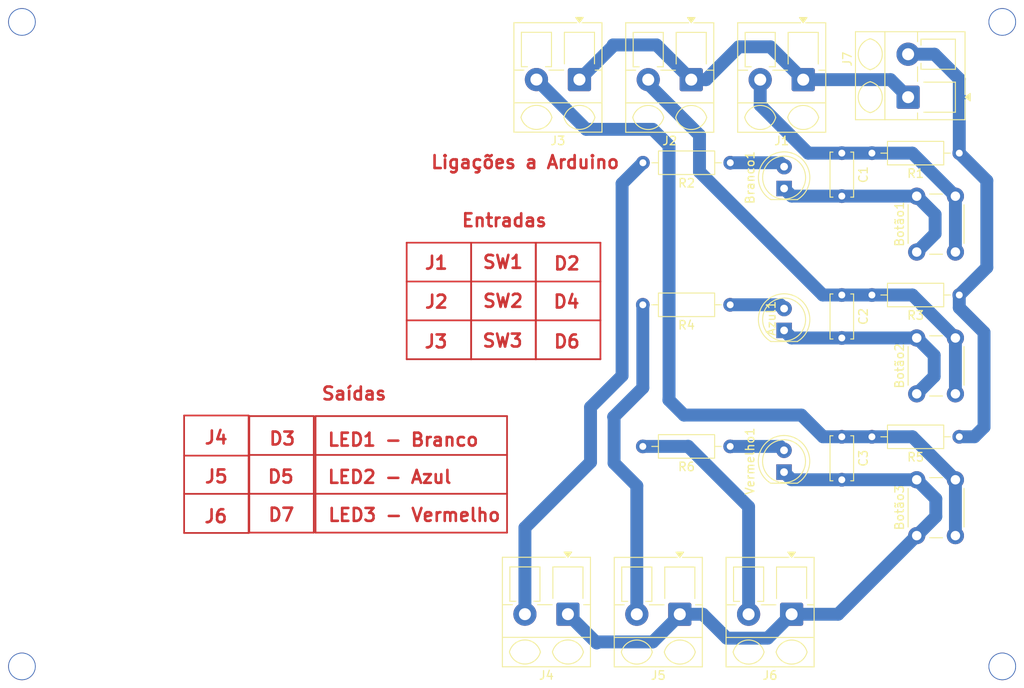
<source format=kicad_pcb>
(kicad_pcb (version 20241229) (generator "pcbnew") (generator_version "9.0")
  (layers (0 "F.Cu" signal) (2 "B.Cu" signal) (13 "F.Paste" user) (15 "B.Paste" user) (5 "F.SilkS" user "F.Silkscreen") (7 "B.SilkS" user "B.Silkscreen") (1 "F.Mask" user) (3 "B.Mask" user) (25 "Edge.Cuts" user))
  (net 0 "")
  (net 1 "GND")
  (net 2 "Net-(Azul1-A)")
  (net 3 "Net-(J1-Pin_2)")
  (net 4 "Net-(J2-Pin_2)")
  (net 5 "Net-(J3-Pin_2)")
  (net 6 "Net-(Branco1-A)")
  (net 7 "Net-(J4-Pin_2)")
  (net 8 "Net-(J5-Pin_2)")
  (net 9 "Net-(J6-Pin_2)")
  (net 10 "+5V")
  (net 11 "Net-(Vermelho1-A)")
  (footprint "TerminalBlock_MetzConnect:TerminalBlock_MetzConnect_Type205_RT04502UBLC_1x02_P5.00mm_45Degree" (layer "F.Cu") (at 120.7 116.41 180)
    (property "Reference" "J4" (at 2.5 -7.12 0) (layer "F.SilkS"))
    (property "Value" "Conector Arduino")
    (fp_line (start 7.62 6.62) (end 0.3 6.62) (stroke (width 0.12)) (layer "F.SilkS"))
    (fp_line (start 7.62 -6.12) (end 7.62 6.62) (stroke (width 0.12)) (layer "F.SilkS"))
    (fp_line (start 6.75 5.5) (end 3.25 5.5) (stroke (width 0.12)) (layer "F.SilkS"))
    (fp_line (start 6.75 1.5) (end 6.75 5.5) (stroke (width 0.12)) (layer "F.SilkS"))
    (fp_line (start 6.462 1.1) (end 7.62 1.1) (stroke (width 0.12)) (layer "F.SilkS"))
    (fp_line (start 6.048 1.5) (end 6.75 1.5) (stroke (width 0.12)) (layer "F.SilkS"))
    (fp_line (start 3.25 5.5) (end 3.25 1.5) (stroke (width 0.12)) (layer "F.SilkS"))
    (fp_line (start 3.25 1.5) (end 3.952 1.5) (stroke (width 0.12)) (layer "F.SilkS"))
    (fp_line (start 1.83 1.1) (end 3.538 1.1) (stroke (width 0.12)) (layer "F.SilkS"))
    (fp_line (start 1.75 5.5) (end -1.75 5.5) (stroke (width 0.12)) (layer "F.SilkS"))
    (fp_line (start 1.75 1.83) (end 1.75 5.5) (stroke (width 0.12)) (layer "F.SilkS"))
    (fp_line (start -0.3 6.62) (end -2.62 6.62) (stroke (width 0.12)) (layer "F.SilkS"))
    (fp_line (start -1.75 5.5) (end -1.75 1.83) (stroke (width 0.12)) (layer "F.SilkS"))
    (fp_line (start -2.62 6.62) (end -2.62 -6.12) (stroke (width 0.12)) (layer "F.SilkS"))
    (fp_line (start -2.62 1.1) (end -1.83 1.1) (stroke (width 0.12)) (layer "F.SilkS"))
    (fp_line (start -2.62 -2.7) (end 7.62 -2.7) (stroke (width 0.12)) (layer "F.SilkS"))
    (fp_line (start -2.62 -6.12) (end 7.62 -6.12) (stroke (width 0.12)) (layer "F.SilkS"))
    (fp_arc (start 6.8 -4.4) (mid 5 -3) (end 3.2 -4.4) (stroke (width 0.12)) (layer "F.SilkS"))
    (fp_arc (start 3.2 -4.4) (mid 5 -5.8) (end 6.8 -4.4) (stroke (width 0.12)) (layer "F.SilkS"))
    (fp_arc (start 1.8 -4.4) (mid 0 -3) (end -1.8 -4.4) (stroke (width 0.12)) (layer "F.SilkS"))
    (fp_arc (start -1.8 -4.4) (mid 0 -5.8) (end 1.8 -4.4) (stroke (width 0.12)) (layer "F.SilkS"))
    (fp_poly (pts (xy 0 6.62) (xy 0.44 7.23) (xy -0.44 7.23)) (stroke (width 0.12)) (fill yes) (layer "F.SilkS"))
    (pad "1" thru_hole roundrect (at 0 0 180) (size 2.7 2.7) (drill 1.4) (layers "*.Cu" "*.Mask") (roundrect_rratio 0.092593) (net 1 "GND"))
    (pad "2" thru_hole circle (at 5 0 180) (size 2.7 2.7) (drill 1.4) (layers "*.Cu" "*.Mask") (net 7 "Net-(J4-Pin_2)"))
  )
  (footprint "Capacitor_THT:C_Disc_D5.0mm_W2.5mm_P5.00mm" (layer "F.Cu") (at 152.55 79.27 -90)
    (property "Reference" "C2" (at 2.5 -2.5 90) (layer "F.SilkS"))
    (property "Value" "100nF")
    (fp_line (start -0.12 1.37) (end -0.12 1.033) (stroke (width 0.12)) (layer "F.SilkS"))
    (fp_line (start 5.12 1.37) (end -0.12 1.37) (stroke (width 0.12)) (layer "F.SilkS"))
    (fp_line (start 5.12 1.033) (end 5.12 1.37) (stroke (width 0.12)) (layer "F.SilkS"))
    (fp_line (start -0.12 -1.033) (end -0.12 -1.37) (stroke (width 0.12)) (layer "F.SilkS"))
    (fp_line (start -0.12 -1.37) (end 5.12 -1.37) (stroke (width 0.12)) (layer "F.SilkS"))
    (fp_line (start 5.12 -1.37) (end 5.12 -1.033) (stroke (width 0.12)) (layer "F.SilkS"))
    (pad "1" thru_hole circle (at 0 0 270) (size 1.6 1.6) (drill 0.8) (layers "*.Cu" "*.Mask") (net 4 "Net-(J2-Pin_2)"))
    (pad "2" thru_hole circle (at 5 0 270) (size 1.6 1.6) (drill 0.8) (layers "*.Cu" "*.Mask") (net 1 "GND"))
  )
  (footprint "Resistor_THT:R_Axial_DIN0207_L6.3mm_D2.5mm_P10.16mm_Horizontal" (layer "F.Cu") (at 139.57 96.89 180)
    (property "Reference" "R6" (at 5.08 -2.37 0) (layer "F.SilkS"))
    (property "Value" "220")
    (fp_line (start 9.12 0) (end 8.35 0) (stroke (width 0.12)) (layer "F.SilkS"))
    (fp_line (start 1.04 0) (end 1.81 0) (stroke (width 0.12)) (layer "F.SilkS"))
    (fp_rect (start 1.81 -1.37) (end 8.35 1.37) (stroke (width 0.12)) (fill no) (layer "F.SilkS"))
    (pad "1" thru_hole circle (at 0 0 180) (size 1.6 1.6) (drill 0.8) (layers "*.Cu" "*.Mask") (net 11 "Net-(Vermelho1-A)"))
    (pad "2" thru_hole circle (at 10.16 0 180) (size 1.6 1.6) (drill 0.8) (layers "*.Cu" "*.Mask") (net 9 "Net-(J6-Pin_2)"))
  )
  (footprint "TerminalBlock_MetzConnect:TerminalBlock_MetzConnect_Type205_RT04502UBLC_1x02_P5.00mm_45Degree" (layer "F.Cu") (at 133.71 116.42 180)
    (property "Reference" "J5" (at 2.5 -7.12 0) (layer "F.SilkS"))
    (property "Value" "Conector Arduino")
    (fp_line (start 7.62 6.62) (end 0.3 6.62) (stroke (width 0.12)) (layer "F.SilkS"))
    (fp_line (start 7.62 -6.12) (end 7.62 6.62) (stroke (width 0.12)) (layer "F.SilkS"))
    (fp_line (start 6.75 5.5) (end 3.25 5.5) (stroke (width 0.12)) (layer "F.SilkS"))
    (fp_line (start 6.75 1.5) (end 6.75 5.5) (stroke (width 0.12)) (layer "F.SilkS"))
    (fp_line (start 6.462 1.1) (end 7.62 1.1) (stroke (width 0.12)) (layer "F.SilkS"))
    (fp_line (start 6.048 1.5) (end 6.75 1.5) (stroke (width 0.12)) (layer "F.SilkS"))
    (fp_line (start 3.25 5.5) (end 3.25 1.5) (stroke (width 0.12)) (layer "F.SilkS"))
    (fp_line (start 3.25 1.5) (end 3.952 1.5) (stroke (width 0.12)) (layer "F.SilkS"))
    (fp_line (start 1.83 1.1) (end 3.538 1.1) (stroke (width 0.12)) (layer "F.SilkS"))
    (fp_line (start 1.75 5.5) (end -1.75 5.5) (stroke (width 0.12)) (layer "F.SilkS"))
    (fp_line (start 1.75 1.83) (end 1.75 5.5) (stroke (width 0.12)) (layer "F.SilkS"))
    (fp_line (start -0.3 6.62) (end -2.62 6.62) (stroke (width 0.12)) (layer "F.SilkS"))
    (fp_line (start -1.75 5.5) (end -1.75 1.83) (stroke (width 0.12)) (layer "F.SilkS"))
    (fp_line (start -2.62 6.62) (end -2.62 -6.12) (stroke (width 0.12)) (layer "F.SilkS"))
    (fp_line (start -2.62 1.1) (end -1.83 1.1) (stroke (width 0.12)) (layer "F.SilkS"))
    (fp_line (start -2.62 -2.7) (end 7.62 -2.7) (stroke (width 0.12)) (layer "F.SilkS"))
    (fp_line (start -2.62 -6.12) (end 7.62 -6.12) (stroke (width 0.12)) (layer "F.SilkS"))
    (fp_arc (start 6.8 -4.4) (mid 5 -3) (end 3.2 -4.4) (stroke (width 0.12)) (layer "F.SilkS"))
    (fp_arc (start 3.2 -4.4) (mid 5 -5.8) (end 6.8 -4.4) (stroke (width 0.12)) (layer "F.SilkS"))
    (fp_arc (start 1.8 -4.4) (mid 0 -3) (end -1.8 -4.4) (stroke (width 0.12)) (layer "F.SilkS"))
    (fp_arc (start -1.8 -4.4) (mid 0 -5.8) (end 1.8 -4.4) (stroke (width 0.12)) (layer "F.SilkS"))
    (fp_poly (pts (xy 0 6.62) (xy 0.44 7.23) (xy -0.44 7.23)) (stroke (width 0.12)) (fill yes) (layer "F.SilkS"))
    (pad "1" thru_hole roundrect (at 0 0 180) (size 2.7 2.7) (drill 1.4) (layers "*.Cu" "*.Mask") (roundrect_rratio 0.092593) (net 1 "GND"))
    (pad "2" thru_hole circle (at 5 0 180) (size 2.7 2.7) (drill 1.4) (layers "*.Cu" "*.Mask") (net 8 "Net-(J5-Pin_2)"))
  )
  (footprint "Resistor_THT:R_Axial_DIN0207_L6.3mm_D2.5mm_P10.16mm_Horizontal" (layer "F.Cu") (at 166.21 79.27 180)
    (property "Reference" "R3" (at 5.08 -2.37 0) (layer "F.SilkS"))
    (property "Value" "1k")
    (fp_line (start 9.12 0) (end 8.35 0) (stroke (width 0.12)) (layer "F.SilkS"))
    (fp_line (start 1.04 0) (end 1.81 0) (stroke (width 0.12)) (layer "F.SilkS"))
    (fp_rect (start 1.81 -1.37) (end 8.35 1.37) (stroke (width 0.12)) (fill no) (layer "F.SilkS"))
    (pad "1" thru_hole circle (at 0 0 180) (size 1.6 1.6) (drill 0.8) (layers "*.Cu" "*.Mask") (net 10 "+5V"))
    (pad "2" thru_hole circle (at 10.16 0 180) (size 1.6 1.6) (drill 0.8) (layers "*.Cu" "*.Mask") (net 4 "Net-(J2-Pin_2)"))
  )
  (footprint "Resistor_THT:R_Axial_DIN0207_L6.3mm_D2.5mm_P10.16mm_Horizontal" (layer "F.Cu") (at 139.57 80.41 180)
    (property "Reference" "R4" (at 5.08 -2.37 0) (layer "F.SilkS"))
    (property "Value" "220")
    (fp_line (start 9.12 0) (end 8.35 0) (stroke (width 0.12)) (layer "F.SilkS"))
    (fp_line (start 1.04 0) (end 1.81 0) (stroke (width 0.12)) (layer "F.SilkS"))
    (fp_rect (start 1.81 -1.37) (end 8.35 1.37) (stroke (width 0.12)) (fill no) (layer "F.SilkS"))
    (pad "1" thru_hole circle (at 0 0 180) (size 1.6 1.6) (drill 0.8) (layers "*.Cu" "*.Mask") (net 2 "Net-(Azul1-A)"))
    (pad "2" thru_hole circle (at 10.16 0 180) (size 1.6 1.6) (drill 0.8) (layers "*.Cu" "*.Mask") (net 8 "Net-(J5-Pin_2)"))
  )
  (footprint "Capacitor_THT:C_Disc_D5.0mm_W2.5mm_P5.00mm" (layer "F.Cu") (at 152.55 95.77 -90)
    (property "Reference" "C3" (at 2.5 -2.5 90) (layer "F.SilkS"))
    (property "Value" "100nF")
    (fp_line (start -0.12 1.37) (end -0.12 1.033) (stroke (width 0.12)) (layer "F.SilkS"))
    (fp_line (start 5.12 1.37) (end -0.12 1.37) (stroke (width 0.12)) (layer "F.SilkS"))
    (fp_line (start 5.12 1.033) (end 5.12 1.37) (stroke (width 0.12)) (layer "F.SilkS"))
    (fp_line (start -0.12 -1.033) (end -0.12 -1.37) (stroke (width 0.12)) (layer "F.SilkS"))
    (fp_line (start -0.12 -1.37) (end 5.12 -1.37) (stroke (width 0.12)) (layer "F.SilkS"))
    (fp_line (start 5.12 -1.37) (end 5.12 -1.033) (stroke (width 0.12)) (layer "F.SilkS"))
    (pad "1" thru_hole circle (at 0 0 270) (size 1.6 1.6) (drill 0.8) (layers "*.Cu" "*.Mask") (net 5 "Net-(J3-Pin_2)"))
    (pad "2" thru_hole circle (at 5 0 270) (size 1.6 1.6) (drill 0.8) (layers "*.Cu" "*.Mask") (net 1 "GND"))
  )
  (footprint "Button_Switch_THT:SW_PUSH_6mm_H7.3mm" (layer "F.Cu") (at 161.26 74.27 90)
    (property "Reference" "Botão1" (at 3.25 -2 90) (layer "F.SilkS"))
    (property "Value" "SW1")
    (fp_line (start 5.5 -1) (end 1 -1) (stroke (width 0.12)) (layer "F.SilkS"))
    (fp_line (start -0.25 1.5) (end -0.25 3) (stroke (width 0.12)) (layer "F.SilkS"))
    (fp_line (start 6.75 3) (end 6.75 1.5) (stroke (width 0.12)) (layer "F.SilkS"))
    (fp_line (start 1 5.5) (end 5.5 5.5) (stroke (width 0.12)) (layer "F.SilkS"))
    (pad "1" thru_hole circle (at 0 0 180) (size 2 2) (drill 1.1) (layers "*.Cu" "*.Mask") (net 1 "GND"))
    (pad "1" thru_hole circle (at 6.5 0 180) (size 2 2) (drill 1.1) (layers "*.Cu" "*.Mask") (net 1 "GND"))
    (pad "2" thru_hole circle (at 0 4.5 180) (size 2 2) (drill 1.1) (layers "*.Cu" "*.Mask") (net 3 "Net-(J1-Pin_2)"))
    (pad "2" thru_hole circle (at 6.5 4.5 180) (size 2 2) (drill 1.1) (layers "*.Cu" "*.Mask") (net 3 "Net-(J1-Pin_2)"))
  )
  (footprint "Capacitor_THT:C_Disc_D5.0mm_W2.5mm_P5.00mm" (layer "F.Cu") (at 152.55 62.76 -90)
    (property "Reference" "C1" (at 2.5 -2.5 90) (layer "F.SilkS"))
    (property "Value" "100nF")
    (fp_line (start -0.12 1.37) (end -0.12 1.033) (stroke (width 0.12)) (layer "F.SilkS"))
    (fp_line (start 5.12 1.37) (end -0.12 1.37) (stroke (width 0.12)) (layer "F.SilkS"))
    (fp_line (start 5.12 1.033) (end 5.12 1.37) (stroke (width 0.12)) (layer "F.SilkS"))
    (fp_line (start -0.12 -1.033) (end -0.12 -1.37) (stroke (width 0.12)) (layer "F.SilkS"))
    (fp_line (start -0.12 -1.37) (end 5.12 -1.37) (stroke (width 0.12)) (layer "F.SilkS"))
    (fp_line (start 5.12 -1.37) (end 5.12 -1.033) (stroke (width 0.12)) (layer "F.SilkS"))
    (pad "1" thru_hole circle (at 0 0 270) (size 1.6 1.6) (drill 0.8) (layers "*.Cu" "*.Mask") (net 3 "Net-(J1-Pin_2)"))
    (pad "2" thru_hole circle (at 5 0 270) (size 1.6 1.6) (drill 0.8) (layers "*.Cu" "*.Mask") (net 1 "GND"))
  )
  (footprint "TerminalBlock_MetzConnect:TerminalBlock_MetzConnect_Type205_RT04502UBLC_1x02_P5.00mm_45Degree" (layer "F.Cu") (at 146.71 116.42 180)
    (property "Reference" "J6" (at 2.5 -7.12 0) (layer "F.SilkS"))
    (property "Value" "Conector Arduino")
    (fp_line (start 7.62 6.62) (end 0.3 6.62) (stroke (width 0.12)) (layer "F.SilkS"))
    (fp_line (start 7.62 -6.12) (end 7.62 6.62) (stroke (width 0.12)) (layer "F.SilkS"))
    (fp_line (start 6.75 5.5) (end 3.25 5.5) (stroke (width 0.12)) (layer "F.SilkS"))
    (fp_line (start 6.75 1.5) (end 6.75 5.5) (stroke (width 0.12)) (layer "F.SilkS"))
    (fp_line (start 6.462 1.1) (end 7.62 1.1) (stroke (width 0.12)) (layer "F.SilkS"))
    (fp_line (start 6.048 1.5) (end 6.75 1.5) (stroke (width 0.12)) (layer "F.SilkS"))
    (fp_line (start 3.25 5.5) (end 3.25 1.5) (stroke (width 0.12)) (layer "F.SilkS"))
    (fp_line (start 3.25 1.5) (end 3.952 1.5) (stroke (width 0.12)) (layer "F.SilkS"))
    (fp_line (start 1.83 1.1) (end 3.538 1.1) (stroke (width 0.12)) (layer "F.SilkS"))
    (fp_line (start 1.75 5.5) (end -1.75 5.5) (stroke (width 0.12)) (layer "F.SilkS"))
    (fp_line (start 1.75 1.83) (end 1.75 5.5) (stroke (width 0.12)) (layer "F.SilkS"))
    (fp_line (start -0.3 6.62) (end -2.62 6.62) (stroke (width 0.12)) (layer "F.SilkS"))
    (fp_line (start -1.75 5.5) (end -1.75 1.83) (stroke (width 0.12)) (layer "F.SilkS"))
    (fp_line (start -2.62 6.62) (end -2.62 -6.12) (stroke (width 0.12)) (layer "F.SilkS"))
    (fp_line (start -2.62 1.1) (end -1.83 1.1) (stroke (width 0.12)) (layer "F.SilkS"))
    (fp_line (start -2.62 -2.7) (end 7.62 -2.7) (stroke (width 0.12)) (layer "F.SilkS"))
    (fp_line (start -2.62 -6.12) (end 7.62 -6.12) (stroke (width 0.12)) (layer "F.SilkS"))
    (fp_arc (start 6.8 -4.4) (mid 5 -3) (end 3.2 -4.4) (stroke (width 0.12)) (layer "F.SilkS"))
    (fp_arc (start 3.2 -4.4) (mid 5 -5.8) (end 6.8 -4.4) (stroke (width 0.12)) (layer "F.SilkS"))
    (fp_arc (start 1.8 -4.4) (mid 0 -3) (end -1.8 -4.4) (stroke (width 0.12)) (layer "F.SilkS"))
    (fp_arc (start -1.8 -4.4) (mid 0 -5.8) (end 1.8 -4.4) (stroke (width 0.12)) (layer "F.SilkS"))
    (fp_poly (pts (xy 0 6.62) (xy 0.44 7.23) (xy -0.44 7.23)) (stroke (width 0.12)) (fill yes) (layer "F.SilkS"))
    (pad "1" thru_hole roundrect (at 0 0 180) (size 2.7 2.7) (drill 1.4) (layers "*.Cu" "*.Mask") (roundrect_rratio 0.092593) (net 1 "GND"))
    (pad "2" thru_hole circle (at 5 0 180) (size 2.7 2.7) (drill 1.4) (layers "*.Cu" "*.Mask") (net 9 "Net-(J6-Pin_2)"))
  )
  (footprint "TerminalBlock_MetzConnect:TerminalBlock_MetzConnect_Type205_RT04502UBLC_1x02_P5.00mm_45Degree" (layer "F.Cu") (at 122.04 54.2 180)
    (property "Reference" "J3" (at 2.5 -7.12 0) (layer "F.SilkS"))
    (property "Value" "Conector Arduino")
    (fp_line (start 7.62 6.62) (end 0.3 6.62) (stroke (width 0.12)) (layer "F.SilkS"))
    (fp_line (start 7.62 -6.12) (end 7.62 6.62) (stroke (width 0.12)) (layer "F.SilkS"))
    (fp_line (start 6.75 5.5) (end 3.25 5.5) (stroke (width 0.12)) (layer "F.SilkS"))
    (fp_line (start 6.75 1.5) (end 6.75 5.5) (stroke (width 0.12)) (layer "F.SilkS"))
    (fp_line (start 6.462 1.1) (end 7.62 1.1) (stroke (width 0.12)) (layer "F.SilkS"))
    (fp_line (start 6.048 1.5) (end 6.75 1.5) (stroke (width 0.12)) (layer "F.SilkS"))
    (fp_line (start 3.25 5.5) (end 3.25 1.5) (stroke (width 0.12)) (layer "F.SilkS"))
    (fp_line (start 3.25 1.5) (end 3.952 1.5) (stroke (width 0.12)) (layer "F.SilkS"))
    (fp_line (start 1.83 1.1) (end 3.538 1.1) (stroke (width 0.12)) (layer "F.SilkS"))
    (fp_line (start 1.75 5.5) (end -1.75 5.5) (stroke (width 0.12)) (layer "F.SilkS"))
    (fp_line (start 1.75 1.83) (end 1.75 5.5) (stroke (width 0.12)) (layer "F.SilkS"))
    (fp_line (start -0.3 6.62) (end -2.62 6.62) (stroke (width 0.12)) (layer "F.SilkS"))
    (fp_line (start -1.75 5.5) (end -1.75 1.83) (stroke (width 0.12)) (layer "F.SilkS"))
    (fp_line (start -2.62 6.62) (end -2.62 -6.12) (stroke (width 0.12)) (layer "F.SilkS"))
    (fp_line (start -2.62 1.1) (end -1.83 1.1) (stroke (width 0.12)) (layer "F.SilkS"))
    (fp_line (start -2.62 -2.7) (end 7.62 -2.7) (stroke (width 0.12)) (layer "F.SilkS"))
    (fp_line (start -2.62 -6.12) (end 7.62 -6.12) (stroke (width 0.12)) (layer "F.SilkS"))
    (fp_arc (start 6.8 -4.4) (mid 5 -3) (end 3.2 -4.4) (stroke (width 0.12)) (layer "F.SilkS"))
    (fp_arc (start 3.2 -4.4) (mid 5 -5.8) (end 6.8 -4.4) (stroke (width 0.12)) (layer "F.SilkS"))
    (fp_arc (start 1.8 -4.4) (mid 0 -3) (end -1.8 -4.4) (stroke (width 0.12)) (layer "F.SilkS"))
    (fp_arc (start -1.8 -4.4) (mid 0 -5.8) (end 1.8 -4.4) (stroke (width 0.12)) (layer "F.SilkS"))
    (fp_poly (pts (xy 0 6.62) (xy 0.44 7.23) (xy -0.44 7.23)) (stroke (width 0.12)) (fill yes) (layer "F.SilkS"))
    (pad "1" thru_hole roundrect (at 0 0 180) (size 2.7 2.7) (drill 1.4) (layers "*.Cu" "*.Mask") (roundrect_rratio 0.092593) (net 1 "GND"))
    (pad "2" thru_hole circle (at 5 0 180) (size 2.7 2.7) (drill 1.4) (layers "*.Cu" "*.Mask") (net 5 "Net-(J3-Pin_2)"))
  )
  (footprint "TerminalBlock_MetzConnect:TerminalBlock_MetzConnect_Type205_RT04502UBLC_1x02_P5.00mm_45Degree" (layer "F.Cu") (at 160.2575 56.25 90)
    (property "Reference" "J7" (at 4.44 -7.06 90) (layer "F.SilkS"))
    (property "Value" "Fonte de Alimentação")
    (fp_line (start 7.62 -6.12) (end 7.62 6.62) (stroke (width 0.12)) (layer "F.SilkS"))
    (fp_line (start -2.62 -6.12) (end 7.62 -6.12) (stroke (width 0.12)) (layer "F.SilkS"))
    (fp_line (start -2.62 -2.7) (end 7.62 -2.7) (stroke (width 0.12)) (layer "F.SilkS"))
    (fp_line (start 6.462 1.1) (end 7.62 1.1) (stroke (width 0.12)) (layer "F.SilkS"))
    (fp_line (start 1.83 1.1) (end 3.538 1.1) (stroke (width 0.12)) (layer "F.SilkS"))
    (fp_line (start -2.62 1.1) (end -1.83 1.1) (stroke (width 0.12)) (layer "F.SilkS"))
    (fp_line (start 6.75 1.5) (end 6.75 5.5) (stroke (width 0.12)) (layer "F.SilkS"))
    (fp_line (start 6.048 1.5) (end 6.75 1.5) (stroke (width 0.12)) (layer "F.SilkS"))
    (fp_line (start 3.25 1.5) (end 3.952 1.5) (stroke (width 0.12)) (layer "F.SilkS"))
    (fp_line (start 1.75 1.83) (end 1.75 5.5) (stroke (width 0.12)) (layer "F.SilkS"))
    (fp_line (start 6.75 5.5) (end 3.25 5.5) (stroke (width 0.12)) (layer "F.SilkS"))
    (fp_line (start 3.25 5.5) (end 3.25 1.5) (stroke (width 0.12)) (layer "F.SilkS"))
    (fp_line (start 1.75 5.5) (end -1.75 5.5) (stroke (width 0.12)) (layer "F.SilkS"))
    (fp_line (start -1.75 5.5) (end -1.75 1.83) (stroke (width 0.12)) (layer "F.SilkS"))
    (fp_line (start 7.62 6.62) (end 0.3 6.62) (stroke (width 0.12)) (layer "F.SilkS"))
    (fp_line (start -0.3 6.62) (end -2.62 6.62) (stroke (width 0.12)) (layer "F.SilkS"))
    (fp_line (start -2.62 6.62) (end -2.62 -6.12) (stroke (width 0.12)) (layer "F.SilkS"))
    (fp_arc (start 6.8 -4.4) (mid 5 -3) (end 3.2 -4.4) (stroke (width 0.12)) (layer "F.SilkS"))
    (fp_arc (start 3.2 -4.4) (mid 5 -5.8) (end 6.8 -4.4) (stroke (width 0.12)) (layer "F.SilkS"))
    (fp_arc (start 1.8 -4.4) (mid 0 -3) (end -1.8 -4.4) (stroke (width 0.12)) (layer "F.SilkS"))
    (fp_arc (start -1.8 -4.4) (mid 0 -5.8) (end 1.8 -4.4) (stroke (width 0.12)) (layer "F.SilkS"))
    (fp_poly (pts (xy 0 6.62) (xy 0.44 7.23) (xy -0.44 7.23)) (stroke (width 0.12)) (fill yes) (layer "F.SilkS"))
    (pad "1" thru_hole roundrect (at 0 0 90) (size 2.7 2.7) (drill 1.4) (layers "*.Cu" "*.Mask") (roundrect_rratio 0.092593) (net 1 "GND"))
    (pad "2" thru_hole circle (at 5 0 90) (size 2.7 2.7) (drill 1.4) (layers "*.Cu" "*.Mask") (net 10 "+5V"))
  )
  (footprint "Button_Switch_THT:SW_PUSH_6mm_H7.3mm" (layer "F.Cu") (at 161.26 107.27 90)
    (property "Reference" "Botão3" (at 3.25 -2 90) (layer "F.SilkS"))
    (property "Value" "SW3")
    (fp_line (start 5.5 -1) (end 1 -1) (stroke (width 0.12)) (layer "F.SilkS"))
    (fp_line (start -0.25 1.5) (end -0.25 3) (stroke (width 0.12)) (layer "F.SilkS"))
    (fp_line (start 6.75 3) (end 6.75 1.5) (stroke (width 0.12)) (layer "F.SilkS"))
    (fp_line (start 1 5.5) (end 5.5 5.5) (stroke (width 0.12)) (layer "F.SilkS"))
    (pad "1" thru_hole circle (at 0 0 180) (size 2 2) (drill 1.1) (layers "*.Cu" "*.Mask") (net 1 "GND"))
    (pad "1" thru_hole circle (at 6.5 0 180) (size 2 2) (drill 1.1) (layers "*.Cu" "*.Mask") (net 1 "GND"))
    (pad "2" thru_hole circle (at 0 4.5 180) (size 2 2) (drill 1.1) (layers "*.Cu" "*.Mask") (net 5 "Net-(J3-Pin_2)"))
    (pad "2" thru_hole circle (at 6.5 4.5 180) (size 2 2) (drill 1.1) (layers "*.Cu" "*.Mask") (net 5 "Net-(J3-Pin_2)"))
  )
  (footprint "LED_THT:LED_D5.0mm" (layer "F.Cu") (at 145.83 99.88 90)
    (property "Reference" "Vermelho1" (at 1.27 -3.96 90) (layer "F.SilkS"))
    (property "Value" "LED3")
    (fp_line (start -1.29 -1.545) (end -1.29 1.545) (stroke (width 0.12)) (layer "F.SilkS"))
    (fp_arc (start -1.29 -1.54483) (mid 2.071779 -2.880495) (end 4.26 0) (stroke (width 0.12)) (layer "F.SilkS"))
    (fp_arc (start 4.26 0) (mid 2.071779 2.880495) (end -1.29 1.54483) (stroke (width 0.12)) (layer "F.SilkS"))
    (fp_circle (center 1.27 0) (end 3.77 0) (stroke (width 0.12)) (fill no) (layer "F.SilkS"))
    (pad "1" thru_hole rect (at 0 0 90) (size 1.8 1.8) (drill 0.9) (layers "*.Cu" "*.Mask") (net 1 "GND"))
    (pad "2" thru_hole circle (at 2.54 0 90) (size 1.8 1.8) (drill 0.9) (layers "*.Cu" "*.Mask") (net 11 "Net-(Vermelho1-A)"))
  )
  (footprint "TerminalBlock_MetzConnect:TerminalBlock_MetzConnect_Type205_RT04502UBLC_1x02_P5.00mm_45Degree" (layer "F.Cu") (at 148.06 54.21 180)
    (property "Reference" "J1" (at 2.5 -7.12 0) (layer "F.SilkS"))
    (property "Value" "Conector Arduino")
    (fp_line (start 7.62 6.62) (end 0.3 6.62) (stroke (width 0.12)) (layer "F.SilkS"))
    (fp_line (start 7.62 -6.12) (end 7.62 6.62) (stroke (width 0.12)) (layer "F.SilkS"))
    (fp_line (start 6.75 5.5) (end 3.25 5.5) (stroke (width 0.12)) (layer "F.SilkS"))
    (fp_line (start 6.75 1.5) (end 6.75 5.5) (stroke (width 0.12)) (layer "F.SilkS"))
    (fp_line (start 6.462 1.1) (end 7.62 1.1) (stroke (width 0.12)) (layer "F.SilkS"))
    (fp_line (start 6.048 1.5) (end 6.75 1.5) (stroke (width 0.12)) (layer "F.SilkS"))
    (fp_line (start 3.25 5.5) (end 3.25 1.5) (stroke (width 0.12)) (layer "F.SilkS"))
    (fp_line (start 3.25 1.5) (end 3.952 1.5) (stroke (width 0.12)) (layer "F.SilkS"))
    (fp_line (start 1.83 1.1) (end 3.538 1.1) (stroke (width 0.12)) (layer "F.SilkS"))
    (fp_line (start 1.75 5.5) (end -1.75 5.5) (stroke (width 0.12)) (layer "F.SilkS"))
    (fp_line (start 1.75 1.83) (end 1.75 5.5) (stroke (width 0.12)) (layer "F.SilkS"))
    (fp_line (start -0.3 6.62) (end -2.62 6.62) (stroke (width 0.12)) (layer "F.SilkS"))
    (fp_line (start -1.75 5.5) (end -1.75 1.83) (stroke (width 0.12)) (layer "F.SilkS"))
    (fp_line (start -2.62 6.62) (end -2.62 -6.12) (stroke (width 0.12)) (layer "F.SilkS"))
    (fp_line (start -2.62 1.1) (end -1.83 1.1) (stroke (width 0.12)) (layer "F.SilkS"))
    (fp_line (start -2.62 -2.7) (end 7.62 -2.7) (stroke (width 0.12)) (layer "F.SilkS"))
    (fp_line (start -2.62 -6.12) (end 7.62 -6.12) (stroke (width 0.12)) (layer "F.SilkS"))
    (fp_arc (start 6.8 -4.4) (mid 5 -3) (end 3.2 -4.4) (stroke (width 0.12)) (layer "F.SilkS"))
    (fp_arc (start 3.2 -4.4) (mid 5 -5.8) (end 6.8 -4.4) (stroke (width 0.12)) (layer "F.SilkS"))
    (fp_arc (start 1.8 -4.4) (mid 0 -3) (end -1.8 -4.4) (stroke (width 0.12)) (layer "F.SilkS"))
    (fp_arc (start -1.8 -4.4) (mid 0 -5.8) (end 1.8 -4.4) (stroke (width 0.12)) (layer "F.SilkS"))
    (fp_poly (pts (xy 0 6.62) (xy 0.44 7.23) (xy -0.44 7.23)) (stroke (width 0.12)) (fill yes) (layer "F.SilkS"))
    (pad "1" thru_hole roundrect (at 0 0 180) (size 2.7 2.7) (drill 1.4) (layers "*.Cu" "*.Mask") (roundrect_rratio 0.092593) (net 1 "GND"))
    (pad "2" thru_hole circle (at 5 0 180) (size 2.7 2.7) (drill 1.4) (layers "*.Cu" "*.Mask") (net 3 "Net-(J1-Pin_2)"))
  )
  (footprint "Resistor_THT:R_Axial_DIN0207_L6.3mm_D2.5mm_P10.16mm_Horizontal" (layer "F.Cu") (at 139.58 63.88 180)
    (property "Reference" "R2" (at 5.08 -2.37 0) (layer "F.SilkS"))
    (property "Value" "220")
    (fp_line (start 9.12 0) (end 8.35 0) (stroke (width 0.12)) (layer "F.SilkS"))
    (fp_line (start 1.04 0) (end 1.81 0) (stroke (width 0.12)) (layer "F.SilkS"))
    (fp_rect (start 1.81 -1.37) (end 8.35 1.37) (stroke (width 0.12)) (fill no) (layer "F.SilkS"))
    (pad "1" thru_hole circle (at 0 0 180) (size 1.6 1.6) (drill 0.8) (layers "*.Cu" "*.Mask") (net 6 "Net-(Branco1-A)"))
    (pad "2" thru_hole circle (at 10.16 0 180) (size 1.6 1.6) (drill 0.8) (layers "*.Cu" "*.Mask") (net 7 "Net-(J4-Pin_2)"))
  )
  (footprint "Resistor_THT:R_Axial_DIN0207_L6.3mm_D2.5mm_P10.16mm_Horizontal" (layer "F.Cu") (at 166.21 95.77 180)
    (property "Reference" "R5" (at 5.08 -2.37 0) (layer "F.SilkS"))
    (property "Value" "1k")
    (fp_line (start 9.12 0) (end 8.35 0) (stroke (width 0.12)) (layer "F.SilkS"))
    (fp_line (start 1.04 0) (end 1.81 0) (stroke (width 0.12)) (layer "F.SilkS"))
    (fp_rect (start 1.81 -1.37) (end 8.35 1.37) (stroke (width 0.12)) (fill no) (layer "F.SilkS"))
    (pad "1" thru_hole circle (at 0 0 180) (size 1.6 1.6) (drill 0.8) (layers "*.Cu" "*.Mask") (net 10 "+5V"))
    (pad "2" thru_hole circle (at 10.16 0 180) (size 1.6 1.6) (drill 0.8) (layers "*.Cu" "*.Mask") (net 5 "Net-(J3-Pin_2)"))
  )
  (footprint "Button_Switch_THT:SW_PUSH_6mm_H7.3mm" (layer "F.Cu") (at 161.26 90.77 90)
    (property "Reference" "Botão2" (at 3.25 -2 90) (layer "F.SilkS"))
    (property "Value" "SW2")
    (fp_line (start 5.5 -1) (end 1 -1) (stroke (width 0.12)) (layer "F.SilkS"))
    (fp_line (start -0.25 1.5) (end -0.25 3) (stroke (width 0.12)) (layer "F.SilkS"))
    (fp_line (start 6.75 3) (end 6.75 1.5) (stroke (width 0.12)) (layer "F.SilkS"))
    (fp_line (start 1 5.5) (end 5.5 5.5) (stroke (width 0.12)) (layer "F.SilkS"))
    (pad "1" thru_hole circle (at 0 0 180) (size 2 2) (drill 1.1) (layers "*.Cu" "*.Mask") (net 1 "GND"))
    (pad "1" thru_hole circle (at 6.5 0 180) (size 2 2) (drill 1.1) (layers "*.Cu" "*.Mask") (net 1 "GND"))
    (pad "2" thru_hole circle (at 0 4.5 180) (size 2 2) (drill 1.1) (layers "*.Cu" "*.Mask") (net 4 "Net-(J2-Pin_2)"))
    (pad "2" thru_hole circle (at 6.5 4.5 180) (size 2 2) (drill 1.1) (layers "*.Cu" "*.Mask") (net 4 "Net-(J2-Pin_2)"))
  )
  (footprint "LED_THT:LED_D5.0mm" (layer "F.Cu") (at 145.84 66.875 90)
    (property "Reference" "Branco1" (at 1.27 -3.96 90) (layer "F.SilkS"))
    (property "Value" "LED1")
    (fp_line (start -1.29 -1.545) (end -1.29 1.545) (stroke (width 0.12)) (layer "F.SilkS"))
    (fp_arc (start -1.29 -1.54483) (mid 2.071779 -2.880495) (end 4.26 0) (stroke (width 0.12)) (layer "F.SilkS"))
    (fp_arc (start 4.26 0) (mid 2.071779 2.880495) (end -1.29 1.54483) (stroke (width 0.12)) (layer "F.SilkS"))
    (fp_circle (center 1.27 0) (end 3.77 0) (stroke (width 0.12)) (fill no) (layer "F.SilkS"))
    (pad "1" thru_hole rect (at 0 0 90) (size 1.8 1.8) (drill 0.9) (layers "*.Cu" "*.Mask") (net 1 "GND"))
    (pad "2" thru_hole circle (at 2.54 0 90) (size 1.8 1.8) (drill 0.9) (layers "*.Cu" "*.Mask") (net 6 "Net-(Branco1-A)"))
  )
  (footprint "Resistor_THT:R_Axial_DIN0207_L6.3mm_D2.5mm_P10.16mm_Horizontal" (layer "F.Cu") (at 166.21 62.76 180)
    (property "Reference" "R1" (at 5.08 -2.37 0) (layer "F.SilkS"))
    (property "Value" "1k")
    (fp_line (start 9.12 0) (end 8.35 0) (stroke (width 0.12)) (layer "F.SilkS"))
    (fp_line (start 1.04 0) (end 1.81 0) (stroke (width 0.12)) (layer "F.SilkS"))
    (fp_rect (start 1.81 -1.37) (end 8.35 1.37) (stroke (width 0.12)) (fill no) (layer "F.SilkS"))
    (pad "1" thru_hole circle (at 0 0 180) (size 1.6 1.6) (drill 0.8) (layers "*.Cu" "*.Mask") (net 10 "+5V"))
    (pad "2" thru_hole circle (at 10.16 0 180) (size 1.6 1.6) (drill 0.8) (layers "*.Cu" "*.Mask") (net 3 "Net-(J1-Pin_2)"))
  )
  (footprint "LED_THT:LED_D5.0mm" (layer "F.Cu") (at 145.84 83.39 90)
    (property "Reference" "Azul1" (at 1.41 -1.51 90) (layer "F.SilkS"))
    (property "Value" "LED2")
    (fp_line (start -1.29 -1.545) (end -1.29 1.545) (stroke (width 0.12)) (layer "F.SilkS"))
    (fp_arc (start -1.29 -1.54483) (mid 2.071779 -2.880495) (end 4.26 0) (stroke (width 0.12)) (layer "F.SilkS"))
    (fp_arc (start 4.26 0) (mid 2.071779 2.880495) (end -1.29 1.54483) (stroke (width 0.12)) (layer "F.SilkS"))
    (fp_circle (center 1.27 0) (end 3.77 0) (stroke (width 0.12)) (fill no) (layer "F.SilkS"))
    (pad "1" thru_hole rect (at 0 0 90) (size 1.8 1.8) (drill 0.9) (layers "*.Cu" "*.Mask") (net 1 "GND"))
    (pad "2" thru_hole circle (at 2.54 0 90) (size 1.8 1.8) (drill 0.9) (layers "*.Cu" "*.Mask") (net 2 "Net-(Azul1-A)"))
  )
  (footprint "TerminalBlock_MetzConnect:TerminalBlock_MetzConnect_Type205_RT04502UBLC_1x02_P5.00mm_45Degree" (layer "F.Cu") (at 135.04 54.21 180)
    (property "Reference" "J2" (at 2.5 -7.12 0) (layer "F.SilkS"))
    (property "Value" "Conector Arduino")
    (fp_line (start 7.62 6.62) (end 0.3 6.62) (stroke (width 0.12)) (layer "F.SilkS"))
    (fp_line (start 7.62 -6.12) (end 7.62 6.62) (stroke (width 0.12)) (layer "F.SilkS"))
    (fp_line (start 6.75 5.5) (end 3.25 5.5) (stroke (width 0.12)) (layer "F.SilkS"))
    (fp_line (start 6.75 1.5) (end 6.75 5.5) (stroke (width 0.12)) (layer "F.SilkS"))
    (fp_line (start 6.462 1.1) (end 7.62 1.1) (stroke (width 0.12)) (layer "F.SilkS"))
    (fp_line (start 6.048 1.5) (end 6.75 1.5) (stroke (width 0.12)) (layer "F.SilkS"))
    (fp_line (start 3.25 5.5) (end 3.25 1.5) (stroke (width 0.12)) (layer "F.SilkS"))
    (fp_line (start 3.25 1.5) (end 3.952 1.5) (stroke (width 0.12)) (layer "F.SilkS"))
    (fp_line (start 1.83 1.1) (end 3.538 1.1) (stroke (width 0.12)) (layer "F.SilkS"))
    (fp_line (start 1.75 5.5) (end -1.75 5.5) (stroke (width 0.12)) (layer "F.SilkS"))
    (fp_line (start 1.75 1.83) (end 1.75 5.5) (stroke (width 0.12)) (layer "F.SilkS"))
    (fp_line (start -0.3 6.62) (end -2.62 6.62) (stroke (width 0.12)) (layer "F.SilkS"))
    (fp_line (start -1.75 5.5) (end -1.75 1.83) (stroke (width 0.12)) (layer "F.SilkS"))
    (fp_line (start -2.62 6.62) (end -2.62 -6.12) (stroke (width 0.12)) (layer "F.SilkS"))
    (fp_line (start -2.62 1.1) (end -1.83 1.1) (stroke (width 0.12)) (layer "F.SilkS"))
    (fp_line (start -2.62 -2.7) (end 7.62 -2.7) (stroke (width 0.12)) (layer "F.SilkS"))
    (fp_line (start -2.62 -6.12) (end 7.62 -6.12) (stroke (width 0.12)) (layer "F.SilkS"))
    (fp_arc (start 6.8 -4.4) (mid 5 -3) (end 3.2 -4.4) (stroke (width 0.12)) (layer "F.SilkS"))
    (fp_arc (start 3.2 -4.4) (mid 5 -5.8) (end 6.8 -4.4) (stroke (width 0.12)) (layer "F.SilkS"))
    (fp_arc (start 1.8 -4.4) (mid 0 -3) (end -1.8 -4.4) (stroke (width 0.12)) (layer "F.SilkS"))
    (fp_arc (start -1.8 -4.4) (mid 0 -5.8) (end 1.8 -4.4) (stroke (width 0.12)) (layer "F.SilkS"))
    (fp_poly (pts (xy 0 6.62) (xy 0.44 7.23) (xy -0.44 7.23)) (stroke (width 0.12)) (fill yes) (layer "F.SilkS"))
    (pad "1" thru_hole roundrect (at 0 0 180) (size 2.7 2.7) (drill 1.4) (layers "*.Cu" "*.Mask") (roundrect_rratio 0.092593) (net 1 "GND"))
    (pad "2" thru_hole circle (at 5 0 180) (size 2.7 2.7) (drill 1.4) (layers "*.Cu" "*.Mask") (net 4 "Net-(J2-Pin_2)"))
  )
  (gr_text "D2" (at 118.92 76.48 0) (layer "F.Cu") (effects (font (size 1.5 1.5) (thickness 0.3) (bold yes)) (justify left bottom)))
  (gr_text "D5" (at 85.65 101.29 0) (layer "F.Cu") (effects (font (size 1.5 1.5) (thickness 0.3) (bold yes)) (justify left bottom)))
  (gr_text "LED1 - Branco" (at 92.63 96.99 0) (layer "F.Cu") (effects (font (size 1.5 1.5) (thickness 0.3) (bold yes)) (justify left bottom)))
  (gr_text "Ligações a Arduino" (at 104.64 64.69 0) (layer "F.Cu") (effects (font (size 1.5 1.5) (thickness 0.3) (bold yes)) (justify left bottom)))
  (gr_text "J4" (at 78.31 96.74 0) (layer "F.Cu") (effects (font (size 1.5 1.5) (thickness 0.3) (bold yes)) (justify left bottom)))
  (gr_text "D4" (at 118.87 80.92 0) (layer "F.Cu") (effects (font (size 1.5 1.5) (thickness 0.3) (bold yes)) (justify left bottom)))
  (gr_text "J2" (at 103.93 80.93 0) (layer "F.Cu") (effects (font (size 1.5 1.5) (thickness 0.3) (bold yes)) (justify left bottom)))
  (gr_text "J1" (at 103.91 76.4 0) (layer "F.Cu") (effects (font (size 1.5 1.5) (thickness 0.3) (bold yes)) (justify left bottom)))
  (gr_text "J6" (at 78.28 105.9 0) (layer "F.Cu") (effects (font (size 1.5 1.5) (thickness 0.3) (bold yes)) (justify left bottom)))
  (gr_text "SW1" (at 110.65 76.3 0) (layer "F.Cu") (effects (font (size 1.5 1.5) (thickness 0.3) (bold yes)) (justify left bottom)))
  (gr_text "J3" (at 103.88 85.56 0) (layer "F.Cu") (effects (font (size 1.5 1.5) (thickness 0.3) (bold yes)) (justify left bottom)))
  (gr_text "J5" (at 78.33 101.27 0) (layer "F.Cu") (effects (font (size 1.5 1.5) (thickness 0.3) (bold yes)) (justify left bottom)))
  (gr_text "SW2" (at 110.67 80.83 0) (layer "F.Cu") (effects (font (size 1.5 1.5) (thickness 0.3) (bold yes)) (justify left bottom)))
  (gr_text "Saídas" (at 91.92 91.62 0) (layer "F.Cu") (effects (font (size 1.5 1.5) (thickness 0.3) (bold yes)) (justify left bottom)))
  (gr_text "LED2 - Azul" (at 92.63 101.32 0) (layer "F.Cu") (effects (font (size 1.5 1.5) (thickness 0.3) (bold yes)) (justify left bottom)))
  (gr_text "SW3" (at 110.62 85.46 0) (layer "F.Cu") (effects (font (size 1.5 1.5) (thickness 0.3) (bold yes)) (justify left bottom)))
  (gr_text "D3\n" (at 85.82 96.86 0) (layer "F.Cu") (effects (font (size 1.5 1.5) (thickness 0.3) (bold yes)) (justify left bottom)))
  (gr_text "LED3 - Vermelho" (at 92.68 105.75 0) (layer "F.Cu") (effects (font (size 1.5 1.5) (thickness 0.3) (bold yes)) (justify left bottom)))
  (gr_text "D6" (at 118.92 85.56 0) (layer "F.Cu") (effects (font (size 1.5 1.5) (thickness 0.3) (bold yes)) (justify left bottom)))
  (gr_text "D7" (at 85.71 105.72 0) (layer "F.Cu") (effects (font (size 1.5 1.5) (thickness 0.3) (bold yes)) (justify left bottom)))
  (gr_text "Entradas" (at 108.21 71.46 0) (layer "F.Cu") (effects (font (size 1.5 1.5) (thickness 0.3) (bold yes)) (justify left bottom)))
  (table (column_count 1) (layer "F.Cu") (border (external yes) (header yes) (stroke (width 0.2))) (separators (rows yes) (cols yes) (stroke (width 0.2))) (column_widths 7.5) (row_heights 4.52 4.52 4.52) (cells (table_cell "" (start 116.98 73.18) (end 124.48 77.7) (margins 1.0025 1.0025 1.0025 1.0025) (span 1 1) (layer "F.Cu") (effects (font (size 1.27 1.27)) (justify left mirror))) (table_cell "" (start 116.98 77.7) (end 124.48 82.22) (margins 1.0025 1.0025 1.0025 1.0025) (span 1 1) (layer "F.Cu") (effects (font (size 1.27 1.27)) (justify left mirror))) (table_cell "" (start 116.98 82.22) (end 124.48 86.74) (margins 1.0025 1.0025 1.0025 1.0025) (span 1 1) (layer "F.Cu") (effects (font (size 1.27 1.27)) (justify left mirror)))))
  (table (column_count 1) (layer "F.Cu") (border (external yes) (header yes) (stroke (width 0.2))) (separators (rows yes) (cols yes) (stroke (width 0.2))) (column_widths 7.5) (row_heights 4.52 4.52 4.52) (cells (table_cell "" (start 109.45 73.18) (end 116.95 77.7) (margins 1.0025 1.0025 1.0025 1.0025) (span 1 1) (layer "F.Cu") (effects (font (size 1.27 1.27)) (justify left mirror))) (table_cell "" (start 109.45 77.7) (end 116.95 82.22) (margins 1.0025 1.0025 1.0025 1.0025) (span 1 1) (layer "F.Cu") (effects (font (size 1.27 1.27)) (justify left mirror))) (table_cell "" (start 109.45 82.22) (end 116.95 86.74) (margins 1.0025 1.0025 1.0025 1.0025) (span 1 1) (layer "F.Cu") (effects (font (size 1.27 1.27)) (justify left mirror)))))
  (table (column_count 1) (layer "F.Cu") (border (external yes) (header yes) (stroke (width 0.2))) (separators (rows yes) (cols yes) (stroke (width 0.2))) (column_widths 7.5) (row_heights 4.52 4.52 4.52) (cells (table_cell "" (start 83.65 93.36) (end 91.15 97.88) (margins 1.0025 1.0025 1.0025 1.0025) (span 1 1) (layer "F.Cu") (effects (font (size 1.27 1.27)) (justify left mirror))) (table_cell "" (start 83.65 97.88) (end 91.15 102.4) (margins 1.0025 1.0025 1.0025 1.0025) (span 1 1) (layer "F.Cu") (effects (font (size 1.27 1.27)) (justify left mirror))) (table_cell "" (start 83.65 102.4) (end 91.15 106.92) (margins 1.0025 1.0025 1.0025 1.0025) (span 1 1) (layer "F.Cu") (effects (font (size 1.27 1.27)) (justify left mirror)))))
  (table (column_count 1) (layer "F.Cu") (border (external yes) (header yes) (stroke (width 0.2))) (separators (rows yes) (cols yes) (stroke (width 0.2))) (column_widths 22.27) (row_heights 4.52 4.52 4.52) (cells (table_cell "" (start 91.35 93.36) (end 113.62 97.88) (margins 1.0025 1.0025 1.0025 1.0025) (span 1 1) (layer "F.Cu") (effects (font (size 1.27 1.27)) (justify left mirror))) (table_cell "" (start 91.35 97.88) (end 113.62 102.4) (margins 1.0025 1.0025 1.0025 1.0025) (span 1 1) (layer "F.Cu") (effects (font (size 1.27 1.27)) (justify left mirror))) (table_cell "" (start 91.35 102.4) (end 113.62 106.92) (margins 1.0025 1.0025 1.0025 1.0025) (span 1 1) (layer "F.Cu") (effects (font (size 1.27 1.27)) (justify left mirror)))))
  (table (column_count 1) (layer "F.Cu") (border (external yes) (header yes) (stroke (width 0.2))) (separators (rows yes) (cols yes) (stroke (width 0.2))) (column_widths 7.5) (row_heights 4.67 4.45 4.55) (cells (table_cell "" (start 76.07 93.29) (end 83.57 97.96) (margins 1.0025 1.0025 1.0025 1.0025) (span 1 1) (layer "F.Cu") (effects (font (size 1.27 1.27)) (justify left mirror))) (table_cell "" (start 76.07 97.96) (end 83.57 102.41) (margins 1.0025 1.0025 1.0025 1.0025) (span 1 1) (layer "F.Cu") (effects (font (size 1.27 1.27)) (justify left mirror))) (table_cell "" (start 76.07 102.41) (end 83.57 106.96) (margins 1.0025 1.0025 1.0025 1.0025) (span 1 1) (layer "F.Cu") (effects (font (size 1.27 1.27)) (justify left mirror)))))
  (table (column_count 1) (layer "F.Cu") (border (external yes) (header yes) (stroke (width 0.2))) (separators (rows yes) (cols yes) (stroke (width 0.2))) (column_widths 7.5) (row_heights 4.52 4.52 4.52) (cells (table_cell "" (start 101.95 73.18) (end 109.45 77.7) (margins 1.0025 1.0025 1.0025 1.0025) (span 1 1) (layer "F.Cu") (effects (font (size 1.27 1.27)) (justify left mirror))) (table_cell "" (start 101.95 77.7) (end 109.45 82.22) (margins 1.0025 1.0025 1.0025 1.0025) (span 1 1) (layer "F.Cu") (effects (font (size 1.27 1.27)) (justify left mirror))) (table_cell "" (start 101.95 82.22) (end 109.45 86.74) (margins 1.0025 1.0025 1.0025 1.0025) (span 1 1) (layer "F.Cu") (effects (font (size 1.27 1.27)) (justify left mirror)))))
  (via (at 57.21 122.49) (size 3.2) (drill 3) (layers "F.Cu" "B.Cu") (net 0))
  (via (at 57.21 47.49) (size 3.2) (drill 3) (layers "F.Cu" "B.Cu") (net 0))
  (via (at 171.21 47.49) (size 3.2) (drill 3) (layers "F.Cu" "B.Cu") (net 0))
  (via (at 171.21 122.49) (size 3.2) (drill 3) (layers "F.Cu" "B.Cu") (net 0))
  (segment (start 143.93 119.2) (end 146.71 116.42) (width 1.5) (layer "B.Cu") (net 1))
  (segment (start 161.26 84.27) (end 161.27 84.27) (width 1.5) (layer "B.Cu") (net 1))
  (segment (start 124.04 119.75) (end 124.07 119.75) (width 1.5) (layer "B.Cu") (net 1))
  (segment (start 140.58 50.39) (end 144.24 50.39) (width 1.5) (layer "B.Cu") (net 1))
  (segment (start 124.18 119.64) (end 130.57 119.64) (width 1.5) (layer "B.Cu") (net 1))
  (segment (start 144.24 50.39) (end 148.06 54.21) (width 1.5) (layer "B.Cu") (net 1))
  (segment (start 130.57 119.64) (end 133.71 116.5) (width 1.5) (layer "B.Cu") (net 1))
  (segment (start 133.71 116.5) (end 133.71 116.42) (width 1.5) (layer "B.Cu") (net 1))
  (segment (start 158.2175 54.21) (end 160.2575 56.25) (width 1.5) (layer "B.Cu") (net 1))
  (segment (start 122.04 54.2) (end 125.96 50.28) (width 1.5) (layer "B.Cu") (net 1))
  (segment (start 163.48 105.05) (end 161.26 107.27) (width 1.5) (layer "B.Cu") (net 1))
  (segment (start 152.11 116.42) (end 161.26 107.27) (width 1.5) (layer "B.Cu") (net 1))
  (segment (start 120.7 116.41) (end 124.04 119.75) (width 1.5) (layer "B.Cu") (net 1))
  (segment (start 163.4 69.91) (end 163.4 72.13) (width 1.5) (layer "B.Cu") (net 1))
  (segment (start 133.71 116.42) (end 136.39 116.42) (width 1.5) (layer "B.Cu") (net 1))
  (segment (start 163.4 72.13) (end 161.26 74.27) (width 1.5) (layer "B.Cu") (net 1))
  (segment (start 136.39 116.42) (end 139.17 119.2) (width 1.5) (layer "B.Cu") (net 1))
  (segment (start 125.96 50.28) (end 125.96 50.17) (width 1.5) (layer "B.Cu") (net 1))
  (segment (start 146.72 84.27) (end 145.84 83.39) (width 1.5) (layer "B.Cu") (net 1))
  (segment (start 148.06 54.21) (end 158.2175 54.21) (width 1.5) (layer "B.Cu") (net 1))
  (segment (start 163.29 88.74) (end 161.26 90.77) (width 1.5) (layer "B.Cu") (net 1))
  (segment (start 139.17 119.2) (end 143.93 119.2) (width 1.5) (layer "B.Cu") (net 1))
  (segment (start 152.55 84.27) (end 161.26 84.27) (width 1.5) (layer "B.Cu") (net 1))
  (segment (start 161.26 100.77) (end 163.48 102.99) (width 1.5) (layer "B.Cu") (net 1))
  (segment (start 146.72 100.77) (end 145.83 99.88) (width 1.5) (layer "B.Cu") (net 1))
  (segment (start 146.725 67.76) (end 145.84 66.875) (width 1.5) (layer "B.Cu") (net 1))
  (segment (start 161.27 84.27) (end 163.29 86.29) (width 1.5) (layer "B.Cu") (net 1))
  (segment (start 152.55 100.77) (end 161.26 100.77) (width 1.5) (layer "B.Cu") (net 1))
  (segment (start 131 50.17) (end 135.04 54.21) (width 1.5) (layer "B.Cu") (net 1))
  (segment (start 124.07 119.75) (end 124.18 119.64) (width 1.5) (layer "B.Cu") (net 1))
  (segment (start 163.29 86.29) (end 163.29 88.74) (width 1.5) (layer "B.Cu") (net 1))
  (segment (start 152.55 100.77) (end 146.72 100.77) (width 1.5) (layer "B.Cu") (net 1))
  (segment (start 135.04 54.21) (end 136.76 54.21) (width 1.5) (layer "B.Cu") (net 1))
  (segment (start 136.76 54.21) (end 140.58 50.39) (width 1.5) (layer "B.Cu") (net 1))
  (segment (start 152.55 84.27) (end 146.72 84.27) (width 1.5) (layer "B.Cu") (net 1))
  (segment (start 152.55 67.76) (end 161.25 67.76) (width 1.5) (layer "B.Cu") (net 1))
  (segment (start 152.55 67.76) (end 146.725 67.76) (width 1.5) (layer "B.Cu") (net 1))
  (segment (start 125.96 50.17) (end 131 50.17) (width 1.5) (layer "B.Cu") (net 1))
  (segment (start 146.71 116.42) (end 152.11 116.42) (width 1.5) (layer "B.Cu") (net 1))
  (segment (start 163.48 102.99) (end 163.48 105.05) (width 1.5) (layer "B.Cu") (net 1))
  (segment (start 161.26 67.77) (end 163.4 69.91) (width 1.5) (layer "B.Cu") (net 1))
  (segment (start 161.25 67.76) (end 161.26 67.77) (width 1.5) (layer "B.Cu") (net 1))
  (segment (start 145.4 80.41) (end 145.84 80.85) (width 1.5) (layer "B.Cu") (net 2))
  (segment (start 139.57 80.41) (end 145.4 80.41) (width 1.5) (layer "B.Cu") (net 2))
  (segment (start 143.06 57.18) (end 148.64 62.76) (width 1.5) (layer "B.Cu") (net 3))
  (segment (start 148.64 62.76) (end 152.55 62.76) (width 1.5) (layer "B.Cu") (net 3))
  (segment (start 143.06 54.21) (end 143.06 57.18) (width 1.5) (layer "B.Cu") (net 3))
  (segment (start 156.05 62.76) (end 160.75 62.76) (width 1.5) (layer "B.Cu") (net 3))
  (segment (start 165.76 67.77) (end 165.76 74.27) (width 1.5) (layer "B.Cu") (net 3))
  (segment (start 152.55 62.76) (end 156.05 62.76) (width 1.5) (layer "B.Cu") (net 3))
  (segment (start 160.75 62.76) (end 165.76 67.77) (width 1.5) (layer "B.Cu") (net 3))
  (segment (start 130.04 54.7) (end 136 60.66) (width 1.5) (layer "B.Cu") (net 4))
  (segment (start 165.76 84.27) (end 165.76 90.77) (width 1.5) (layer "B.Cu") (net 4))
  (segment (start 160.76 79.27) (end 165.76 84.27) (width 1.5) (layer "B.Cu") (net 4))
  (segment (start 156.05 79.27) (end 160.76 79.27) (width 1.5) (layer "B.Cu") (net 4))
  (segment (start 130.04 54.21) (end 130.04 54.7) (width 1.5) (layer "B.Cu") (net 4))
  (segment (start 152.55 79.27) (end 156.05 79.27) (width 1.5) (layer "B.Cu") (net 4))
  (segment (start 136 64.93) (end 150.34 79.27) (width 1.5) (layer "B.Cu") (net 4))
  (segment (start 150.34 79.27) (end 152.55 79.27) (width 1.5) (layer "B.Cu") (net 4))
  (segment (start 136 60.66) (end 136 64.93) (width 1.5) (layer "B.Cu") (net 4))
  (segment (start 156.05 95.77) (end 160.76 95.77) (width 1.5) (layer "B.Cu") (net 5))
  (segment (start 160.76 95.77) (end 165.76 100.77) (width 1.5) (layer "B.Cu") (net 5))
  (segment (start 130.56 59.99) (end 132.46 61.89) (width 1.5) (layer "B.Cu") (net 5))
  (segment (start 152.55 95.77) (end 156.05 95.77) (width 1.5) (layer "B.Cu") (net 5))
  (segment (start 132.44 91.48) (end 134.2 93.24) (width 1.5) (layer "B.Cu") (net 5))
  (segment (start 132.46 91.46) (end 132.44 91.48) (width 1.5) (layer "B.Cu") (net 5))
  (segment (start 165.76 100.77) (end 165.76 107.27) (width 1.5) (layer "B.Cu") (net 5))
  (segment (start 150.37 95.77) (end 152.55 95.77) (width 1.5) (layer "B.Cu") (net 5))
  (segment (start 122.83 59.99) (end 130.56 59.99) (width 1.5) (layer "B.Cu") (net 5))
  (segment (start 134.2 93.24) (end 147.84 93.24) (width 1.5) (layer "B.Cu") (net 5))
  (segment (start 147.84 93.24) (end 150.37 95.77) (width 1.5) (layer "B.Cu") (net 5))
  (segment (start 132.46 61.89) (end 132.46 91.46) (width 1.5) (layer "B.Cu") (net 5))
  (segment (start 117.04 54.2) (end 122.83 59.99) (width 1.5) (layer "B.Cu") (net 5))
  (segment (start 145.385 63.88) (end 145.84 64.335) (width 1.5) (layer "B.Cu") (net 6))
  (segment (start 139.58 63.88) (end 145.385 63.88) (width 1.5) (layer "B.Cu") (net 6))
  (segment (start 123.33 92.33) (end 127 88.66) (width 1.5) (layer "B.Cu") (net 7))
  (segment (start 123.33 98.72) (end 123.33 92.33) (width 1.5) (layer "B.Cu") (net 7))
  (segment (start 115.7 106.35) (end 123.33 98.72) (width 1.5) (layer "B.Cu") (net 7))
  (segment (start 115.7 116.41) (end 115.7 106.35) (width 1.5) (layer "B.Cu") (net 7))
  (segment (start 127 88.66) (end 127 66.3) (width 1.5) (layer "B.Cu") (net 7))
  (segment (start 127 66.3) (end 129.42 63.88) (width 1.5) (layer "B.Cu") (net 7))
  (segment (start 126.07 98.83) (end 126.07 93.51) (width 1.5) (layer "B.Cu") (net 8))
  (segment (start 129.41 90.07) (end 129.41 80.41) (width 1.5) (layer "B.Cu") (net 8))
  (segment (start 126.02 93.46) (end 129.41 90.07) (width 1.5) (layer "B.Cu") (net 8))
  (segment (start 126.07 93.51) (end 126.02 93.46) (width 1.5) (layer "B.Cu") (net 8))
  (segment (start 128.71 116.42) (end 128.71 101.47) (width 1.5) (layer "B.Cu") (net 8))
  (segment (start 128.71 101.47) (end 126.07 98.83) (width 1.5) (layer "B.Cu") (net 8))
  (segment (start 141.71 116.42) (end 141.71 103.91) (width 1.5) (layer "B.Cu") (net 9))
  (segment (start 134.67 96.89) (end 129.41 96.89) (width 1.5) (layer "B.Cu") (net 9))
  (segment (start 141.71 103.91) (end 134.68 96.88) (width 1.5) (layer "B.Cu") (net 9))
  (segment (start 134.68 96.88) (end 134.67 96.89) (width 1.5) (layer "B.Cu") (net 9))
  (segment (start 169.41 76.07) (end 166.21 79.27) (width 1.5) (layer "B.Cu") (net 10))
  (segment (start 163.33 51.25) (end 166.21 54.13) (width 1.5) (layer "B.Cu") (net 10))
  (segment (start 166.21 54.13) (end 166.21 62.76) (width 1.5) (layer "B.Cu") (net 10))
  (segment (start 169.41 65.96) (end 169.41 76.07) (width 1.5) (layer "B.Cu") (net 10))
  (segment (start 166.21 62.76) (end 169.41 65.96) (width 1.5) (layer "B.Cu") (net 10))
  (segment (start 166.21 79.27) (end 166.21 80.75) (width 1.5) (layer "B.Cu") (net 10))
  (segment (start 169.09 94.64) (end 167.96 95.77) (width 1.5) (layer "B.Cu") (net 10))
  (segment (start 167.96 95.77) (end 166.21 95.77) (width 1.5) (layer "B.Cu") (net 10))
  (segment (start 169.09 83.63) (end 169.09 94.64) (width 1.5) (layer "B.Cu") (net 10))
  (segment (start 166.21 80.75) (end 169.09 83.63) (width 1.5) (layer "B.Cu") (net 10))
  (segment (start 160.2575 51.25) (end 163.33 51.25) (width 1.5) (layer "B.Cu") (net 10))
  (segment (start 139.57 96.89) (end 145.38 96.89) (width 1.5) (layer "B.Cu") (net 11))
  (segment (start 145.38 96.89) (end 145.83 97.34) (width 1.5) (layer "B.Cu") (net 11))
)
</source>
